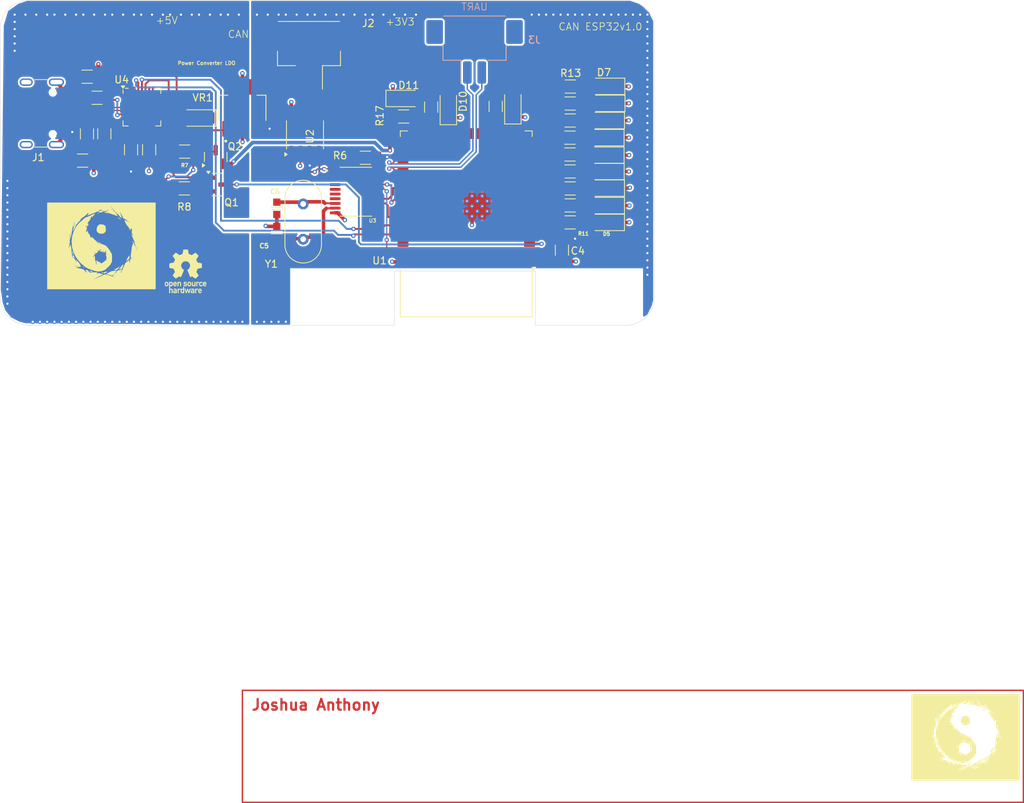
<source format=kicad_pcb>
(kicad_pcb (version 20240108) (generator "pcbnew") (generator_version "8.0")
  (layers (0 "F.Cu" signal) (1 "In1.Cu" signal) (2 "In2.Cu" signal) (31 "B.Cu" signal) (34 "B.Paste" user) (35 "F.Paste" user) (36 "B.SilkS" user "B.Silkscreen") (37 "F.SilkS" user "F.Silkscreen") (38 "B.Mask" user) (39 "F.Mask" user) (44 "Edge.Cuts" user))
  (net 0 "")
  (net 1 "GND")
  (net 2 "Net-(R4--)")
  (net 4 "Net-(C1--)")
  (net 5 "+5V")
  (net 6 "Net-(C3-+)")
  (net 7 "/3V3_MC")
  (net 9 "Net-(D2-K-)")
  (net 11 "Net-(R9--)")
  (net 15 "Net-(R10--)")
  (net 16 "Net-(R11--)")
  (net 17 "Net-(R12--)")
  (net 18 "Net-(R13--)")
  (net 20 "Net-(R14--)")
  (net 22 "Net-(R15--)")
  (net 23 "Net-(R16--)")
  (net 26 "Net-(R17--)")
  (net 27 "Net-(R18--)")
  (net 29 "Net-(R19--)")
  (net 30 "/D-")
  (net 31 "/D+")
  (net 32 "Net-(J1-CC1)")
  (net 33 "Net-(J1-CC2)")
  (net 37 "/CAN_+")
  (net 39 "/CAN_-")
  (net 40 "/EN")
  (net 41 "/RTS_BAR")
  (net 43 "Net-(Q1-B)")
  (net 44 "/IO0")
  (net 46 "/DTR_BAR")
  (net 50 "Net-(Q2-B)")
  (net 53 "Net-(R3--)")
  (net 54 "/IO27")
  (net 55 "Net-(R5-+)")
  (net 56 "Net-(R6--)")
  (net 57 "/IO32")
  (net 58 "/IO33")
  (net 59 "/IO34")
  (net 60 "/IO35")
  (net 61 "/IO12")
  (net 62 "/IO13")
  (net 63 "/IO14")
  (net 64 "/IO15")
  (net 65 "/IO25")
  (net 66 "/IO26")
  (net 67 "/TX")
  (net 68 "/INT")
  (net 69 "/UART_P")
  (net 70 "/CLK")
  (net 71 "/UART_N")
  (net 72 "/MOSI")
  (net 73 "/MISO")
  (net 74 "/CS")
  (net 75 "/RX")
  (net 76 "/TX_2515")
  (net 77 "/RX_2515")
  (net 79 "Net-(U3-OSC2)")
  (net 80 "Net-(U3-OSC1)")
  (footprint "Package_SO:SOIC-8_3.9x4.9mm_P1.27mm" (layer "F.Cu") (at 185.65 89.14 90)
    (property "Reference" "U2")
    (property "Value" "TJA1051T")
  )
  (footprint "RF_Module:ESP32-WROOM-32D" (layer "F.Cu") (at 207.95 98.47 180)
    (property "Reference" "U1")
    (property "Value" "ESP32-WROOM-32D")
  )
  (footprint "Resistor_SMD:R_1206_3216Metric_Pad1.30x1.75mm_HandSolder" (layer "F.Cu") (at 222.2925 91.85)
    (property "Reference" "R18" (hide yes))
    (property "Value" "220")
  )
  (footprint "LM3940IMP-3.3_NOPB:VREG_LM3940IMP-3.3_NOPB" (layer "F.Cu") (at 177 85.4 90)
    (property "Reference" "VR1")
    (property "Value" "LM3940IMP-3.3_NOPB" (hide yes))
  )
  (footprint "LED_SMD:LED_1206_3216Metric_Pad1.42x1.75mm_HandSolder" (layer "F.Cu") (at 214.4 85.175 90)
    (property "Reference" "D8" (hide yes))
    (property "Value" "LED_3mm")
  )
  (footprint "Resistor_SMD:R_1206_3216Metric_Pad1.30x1.75mm_HandSolder" (layer "F.Cu") (at 155.525 81.085)
    (property "Reference" "R1" (hide yes))
    (property "Value" "5k1")
  )
  (footprint "Connector_USB:USB_C_Receptacle_GCT_USB4105-xx-A_16P_TopMnt_Horizontal" (layer "F.Cu") (at 148.175 86.16 -90)
    (property "Reference" "J1")
    (property "Value" "USB_C_Receptacle_USB2.0_16P" (hide yes))
  )
  (footprint "Resistor_SMD:R_1206_3216Metric_Pad1.30x1.75mm_HandSolder" (layer "F.Cu") (at 154.9 92.7)
    (property "Reference" "R2" (hide yes))
    (property "Value" "5k1")
  )
  (footprint "Resistor_SMD:R_1206_3216Metric_Pad1.30x1.75mm_HandSolder" (layer "F.Cu") (at 212.025 85.2 90)
    (property "Reference" "R14" (hide yes))
    (property "Value" "220")
  )
  (footprint "Package_TO_SOT_SMD:SOT-23" (layer "F.Cu") (at 173.3 92.2 90)
    (property "Reference" "Q2")
    (property "Value" "BC817-25")
  )
  (footprint "Resistor_SMD:R_1206_3216Metric_Pad1.30x1.75mm_HandSolder" (layer "F.Cu") (at 222.3175 94.2)
    (property "Reference" "R10" (hide yes))
    (property "Value" "220")
  )
  (footprint "Resistor_SMD:R_1206_3216Metric_Pad1.30x1.75mm_HandSolder" (layer "F.Cu") (at 199.3 86.6)
    (property "Reference" "R17")
    (property "Value" "220")
  )
  (footprint "Capacitor_SMD:C_1206_3216Metric_Pad1.33x1.80mm_HandSolder" (layer "F.Cu") (at 157.9 89 90)
    (property "Reference" "C2" (hide yes))
    (property "Value" "0.1u")
  )
  (footprint "LED_SMD:LED_1206_3216Metric_Pad1.42x1.75mm_HandSolder" (layer "F.Cu") (at 170.9 86.8 180)
    (property "Reference" "D2" (hide yes))
    (property "Value" "~")
  )
  (footprint "Resistor_SMD:R_1206_3216Metric_Pad1.30x1.75mm_HandSolder" (layer "F.Cu") (at 169.0125 91.45 180)
    (property "Reference" "R7")
    (property "Value" "10k")
  )
  (footprint "LED_SMD:LED_1206_3216Metric_Pad1.42x1.75mm_HandSolder" (layer "F.Cu") (at 205.475 85.275 90)
    (property "Reference" "D10")
    (property "Value" "LED_3mm")
  )
  (footprint "LOGO:LOGO" (layer "F.Cu") (at 157.5 104.5)
    (property "Reference" "G***" (hide yes))
    (property "Value" "LOGO" (hide yes))
  )
  (footprint "LED_SMD:LED_1206_3216Metric_Pad1.42x1.75mm_HandSolder" (layer "F.Cu") (at 227.3675 87.15 180)
    (property "Reference" "D1" (hide yes))
    (property "Value" "LED_3mm")
  )
  (footprint "LOGO:LOGO" (layer "F.Cu") (at 277 172.5)
    (property "Reference" "G***" (hide yes))
    (property "Value" "LOGO" (hide yes))
  )
  (footprint "Resistor_SMD:R_1206_3216Metric_Pad1.30x1.75mm_HandSolder" (layer "F.Cu") (at 222.3175 98.9)
    (property "Reference" "R12" (hide yes))
    (property "Value" "220")
  )
  (footprint "LED_SMD:LED_1206_3216Metric_Pad1.42x1.75mm_HandSolder" (layer "F.Cu") (at 227.33 94.2 180)
    (property "Reference" "D4" (hide yes))
    (property "Value" "LED_3mm")
  )
  (footprint "LED_SMD:LED_1206_3216Metric_Pad1.42x1.75mm_HandSolder" (layer "F.Cu") (at 227.3175 89.525 180)
    (property "Reference" "D13" (hide yes))
    (property "Value" "LED_3mm")
  )
  (footprint "Capacitor_SMD:C_1206_3216Metric_Pad1.33x1.80mm_HandSolder" (layer "F.Cu") (at 221.18 105.09 90)
    (property "Reference" "C4")
    (property "Value" "0.1u")
  )
  (footprint "Resistor_SMD:R_1206_3216Metric_Pad1.30x1.75mm_HandSolder" (layer "F.Cu") (at 222.3425 82.45)
    (property "Reference" "R13")
    (property "Value" "220")
  )
  (footprint "Resistor_SMD:R_1206_3216Metric_Pad1.30x1.75mm_HandSolder" (layer "F.Cu") (at 222.2925 89.525)
    (property "Reference" "R19" (hide yes))
    (property "Value" "220")
  )
  (footprint "LED_SMD:LED_1206_3216Metric_Pad1.42x1.75mm_HandSolder" (layer "F.Cu") (at 227.4425 84.775 180)
    (property "Reference" "D9" (hide yes))
    (property "Value" "LED_3mm")
  )
  (footprint "Resistor_SMD:R_1206_3216Metric_Pad1.30x1.75mm_HandSolder" (layer "F.Cu") (at 222.3175 101.25)
    (property "Reference" "R11")
    (property "Value" "220")
  )
  (footprint "PCM_4ms_Capacitor:C_0603" (layer "F.Cu") (at 181.75 102.65 90)
    (property "Reference" "C5")
    (property "Value" "220pF_0603_25V" (hide yes))
  )
  (footprint "Resistor_SMD:R_1206_3216Metric_Pad1.30x1.75mm_HandSolder" (layer "F.Cu") (at 161.6 91.2 90)
    (property "Reference" "R3" (hide yes))
    (property "Value" "4k7")
  )
  (footprint "LED_SMD:LED_1206_3216Metric_Pad1.42x1.75mm_HandSolder" (layer "F.Cu") (at 227.4175 82.425 180)
    (property "Reference" "D7")
    (property "Value" "LED_3mm")
  )
  (footprint "LED_SMD:LED_1206_3216Metric_Pad1.42x1.75mm_HandSolder" (layer "F.Cu") (at 227.3675 101.25 180)
    (property "Reference" "D5")
    (property "Value" "LED_3mm")
  )
  (footprint "LED_SMD:LED_1206_3216Metric_Pad1.42x1.75mm_HandSolder" (layer "F.Cu") (at 227.3175 91.95 180)
    (property "Reference" "D12" (hide yes))
    (property "Value" "LED_3mm")
  )
  (footprint "Resistor_SMD:R_1206_3216Metric_Pad1.30x1.75mm_HandSolder" (layer "F.Cu") (at 164.1 91.2 -90)
    (property "Reference" "R5" (hide yes))
    (property "Value" "10k")
  )
  (footprint "LED_SMD:LED_1206_3216Metric_Pad1.42x1.75mm_HandSolder" (layer "F.Cu") (at 227.3675 96.5 180)
    (property "Reference" "D3" (hide yes))
    (property "Value" "LED_3mm")
  )
  (footprint "Resistor_SMD:R_1206_3216Metric_Pad1.30x1.75mm_HandSolder" (layer "F.Cu") (at 222.3175 84.8)
    (property "Reference" "R15" (hide yes))
    (property "Value" "220")
  )
  (footprint "Resistor_SMD:R_1206_3216Metric_Pad1.30x1.75mm_HandSolder" (layer "F.Cu") (at 222.3175 96.55)
    (property "Reference" "R9" (hide yes))
    (property "Value" "220")
  )
  (footprint "Package_DFN_QFN:QFN-28-1EP_5x5mm_P0.5mm_EP3.35x3.35mm" (layer "F.Cu") (at 163.1 85.3)
    (property "Reference" "U4")
    (property "Value" "CP2102N-Axx-xQFN28" (hide yes))
  )
  (footprint "Package_TO_SOT_SMD:SOT-23" (layer "F.Cu") (at 173.4625 96.0125)
    (property "Reference" "Q1")
    (property "Value" "BC817-25")
  )
  (footprint "LED_SMD:LED_1206_3216Metric_Pad1.42x1.75mm_HandSolder" (layer "F.Cu") (at 227.3675 98.925 180)
    (property "Reference" "D6" (hide yes))
    (property "Value" "LED_3mm")
  )
  (footprint "Capacitor_SMD:C_1206_3216Metric_Pad1.33x1.80mm_HandSolder" (layer "F.Cu") (at 155.5 89 90)
    (property "Reference" "C1" (hide yes))
    (property "Value" "0.1u")
  )
  (footprint "Capacitor_SMD:C_1206_3216Metric_Pad1.33x1.80mm_HandSolder" (layer "F.Cu") (at 156.9 84 180)
    (property "Reference" "C3" (hide yes))
    (property "Value" "0.1u")
  )
  (footprint "Connector_Hirose:Hirose_DF3EA-02P-2H_1x02-1MP_P2.00mm_Horizontal" (layer "F.Cu") (at 186.2 78.4 180)
    (property "Reference" "J2")
    (property "Value" "4P2C")
  )
  (footprint "LED_SMD:LED_1206_3216Metric_Pad1.42x1.75mm_HandSolder" (layer "F.Cu") (at 199.3 84.1)
    (property "Reference" "D11")
    (property "Value" "LED_3mm")
  )
  (footprint "Resistor_SMD:R_1206_3216Metric_Pad1.30x1.75mm_HandSolder" (layer "F.Cu") (at 168.9625 96.55 180)
    (property "Reference" "R8")
    (property "Value" "10k")
  )
  (footprint "Symbol:OSHW-Logo_5.7x6mm_SilkScreen" (layer "F.Cu") (at 169.14 108.02)
    (property "Reference" "REF**" (hide yes))
    (property "Value" "OSHW-Logo_5.7x6mm_SilkScreen" (hide yes))
  )
  (footprint "Package_SO:TSSOP-20_4.4x6.5mm_P0.65mm" (layer "F.Cu") (at 192.6875 97)
    (property "Reference" "U3")
    (property "Value" "MCP2515-xST" (hide yes))
  )
  (footprint "PCM_4ms_Capacitor:C_0603" (layer "F.Cu") (at 181.75 99.3 -90)
    (property "Reference" "C6")
    (property "Value" "220pF_0603_25V" (hide yes))
  )
  (footprint "Resistor_SMD:R_1206_3216Metric_Pad1.30x1.75mm_HandSolder" (layer "F.Cu") (at 222.3175 87.15)
    (property "Reference" "R4" (hide yes))
    (property "Value" "220")
  )
  (footprint "Resistor_SMD:R_1206_3216Metric_Pad1.30x1.75mm_HandSolder" (layer "F.Cu") (at 203.1 85.3 90)
    (property "Reference" "R16" (hide yes))
    (property "Value" "220")
  )
  (footprint "Crystal:Crystal_HC49-4H_Vertical" (layer "F.Cu") (at 185.4 98.7 -90)
    (property "Reference" "Y1")
    (property "Value" "Crystal_8MHz" (hide yes))
  )
  (footprint "Resistor_SMD:R_1206_3216Metric_Pad1.30x1.75mm_HandSolder" (layer "F.Cu") (at 194 92.3 180)
    (property "Reference" "R6")
    (property "Value" "R")
  )
  (footprint "Connector_Hirose:Hirose_DF3EA-02P-2H_1x02-1MP_P2.00mm_Horizontal" (layer "B.Cu") (at 209.1 77.65)
    (property "Reference" "J3")
    (property "Value" "4P2C")
  )
  (gr_arc (start 234 111.5) (mid 232.828427 114.328427) (end 230 115.5) (stroke (width 0.05)) (layer "Edge.Cuts"))
  (gr_line (start 198 115.5) (end 147.5 115.5) (stroke (width 0.05)) (layer "Edge.Cuts"))
  (gr_line (start 234 74.5) (end 234 111.5) (stroke (width 0.05)) (layer "Edge.Cuts"))
  (gr_line (start 230 115.5) (end 217.5 115.5) (stroke (width 0.05)) (layer "Edge.Cuts"))
  (gr_line (start 217.5 115.5) (end 217.5 108) (stroke (width 0.05)) (layer "Edge.Cuts"))
  (gr_arc (start 147.5 115.5) (mid 144.671573 114.328427) (end 143.5 111.5) (stroke (width 0.05)) (layer "Edge.Cuts"))
  (gr_line (start 147.496354 70.503647) (end 230 70.5) (stroke (width 0.05)) (layer "Edge.Cuts"))
  (gr_arc (start 230 70.5) (mid 232.828427 71.671573) (end 234 74.5) (stroke (width 0.05)) (layer "Edge.Cuts"))
  (gr_line (start 143.5 111.5) (end 143.5 74.5) (stroke (width 0.05)) (layer "Edge.Cuts"))
  (gr_line (start 217.5 108) (end 198 108) (stroke (width 0.05)) (layer "Edge.Cuts"))
  (gr_line (start 198 108) (end 198 115.5) (stroke (width 0.05)) (layer "Edge.Cuts"))
  (gr_arc (start 143.503642 74.500004) (mid 144.674261 71.676842) (end 147.496354 70.503647) (stroke (width 0.05)) (layer "Edge.Cuts"))
  (gr_text "UART\n" (at 211 72 0) (layer "B.SilkS") (effects (font (size 1 1) (thickness 0.1)) (justify left bottom mirror)))
  (gr_text "+3V3\n" (at 196.74 74.08 0) (layer "F.SilkS") (effects (font (size 1 1) (thickness 0.1)) (justify left bottom)))
  (gr_text "+5V\n" (at 164.95 73.89 0) (layer "F.SilkS") (effects (font (size 1 1) (thickness 0.1)) (justify left bottom)))
  (gr_text "CAN ESP32v1.0\n" (at 220.65 74.75 0) (layer "F.SilkS") (effects (font (size 1 1) (thickness 0.1)) (justify left bottom)))
  (gr_text "CAN\n" (at 174.93 75.79 0) (layer "F.SilkS") (effects (font (size 1 1) (thickness 0.1)) (justify left bottom)))
  (gr_text "Power Converter LDO\n" (at 168 79.5 0) (layer "F.SilkS") (effects (font (size 0.5 0.5) (thickness 0.1)) (justify left bottom)))
  (gr_text_box "Joshua Anthony\n" (start 177 166) (end 285 181.5) (layer "F.Cu") (effects (font (size 1.5 1.5) (thickness 0.3) (bold yes)) (justify left top)) (border yes) (stroke (width 0.2)))
  (segment (start 223.11 106.66) (end 223.1025 106.6525) (width 0.5) (layer "F.Cu") (net 1))
  (segment (start 230.42 82.45) (end 230.395 82.425) (width 0.5) (layer "F.Cu") (net 1))
  (segment (start 157.075 81.085) (end 157.075 79.33) (width 0.6) (layer "F.Cu") (net 1))
  (segment (start 157.06 81.1) (end 157.075 81.085) (width 0.5) (layer "F.Cu") (net 1))
  (segment (start 177 88.3) (end 177 90.11) (width 0.5) (layer "F.Cu") (net 1))
  (segment (start 164.2 92.85) (end 164.1 92.75) (width 0.152) (layer "F.Cu") (net 1))
  (segment (start 185.015 93.375) (end 184.97 93.42) (width 0.256) (layer "F.Cu") (net 1))
  (segment (start 216.7 106.72) (end 221.1125 106.72) (width 0.5) (layer "F.Cu") (net 1))
  (segment (start 230.58 96.45) (end 230.53 96.5) (width 0.5) (layer "F.Cu") (net 1))
  (segment (start 228.855 98.925) (end 230.505 98.925) (width 0.5) (layer "F.Cu") (net 1))
  (segment (start 230.435 84.775) (end 228.93 84.775) (width 0.5) (layer "F.Cu") (net 1))
  (segment (start 160.65 84.8) (end 162.6 84.8) (width 0.152) (layer "F.Cu") (net 1))
  (segment (start 208.75 101.61) (end 208.74 101.62) (width 0.5) (layer "F.Cu") (net 1))
  (segment (start 230.53 96.5) (end 228.855 96.5) (width 0.5) (layer "F.Cu") (net 1))
  (segment (start 228.805 91.95) (end 230.46 91.95) (width 0.5) (layer "F.Cu") (net 1))
  (segment (start 151.855 89.36) (end 151.855 89.905) (width 0.5) (layer "F.Cu") (net 1))
  (segment (start 156.45 92.7) (end 156.45 94.41) (width 0.5) (layer "F.Cu") (net 1))
  (segment (start 197.8125 82.4125) (end 197.8 82.4) (width 0.5) (layer "F.Cu") (net 1))
  (segment (start 214.4 88.22) (end 214.4 86.6625) (width 0.5) (layer "F.Cu") (net 1))
  (segment (start 230.44 84.77) (end 230.435 84.775) (width 0.5) (layer "F.Cu") (net 1))
  (segment (start 230.4 87.15) (end 228.855 87.15) (width 0.5) (layer "F.Cu") (net 1))
  (segment (start 165.74 87.95) (end 165.74 92.62) (width 0.152) (layer "F.Cu") (net 1))
  (segment (start 213.66 88.96) (end 214.4 88.22) (width 0.5) (layer "F.Cu") (net 1))
  (segment (start 155.3375 84) (end 155.3375 83.2025) (width 0.5) (layer "F.Cu") (net 1))
  (segment (start 230.395 82.425) (end 228.905 82.425) (width 0.5) (layer "F.Cu") (net 1))
  (segment (start 180.22 101.73) (end 180.29 101.8) (width 0.5) (layer "F.Cu") (net 1))
  (segment (start 228.855 101.25) (end 230.49 101.25) (width 0.5) (layer "F.Cu") (net 1))
  (segment (start 165.74 92.62) (end 165.51 92.85) (width 0.152) (layer "F.Cu") (net 1))
  (segment (start 165.51 92.85) (end 164.2 92.85) (width 0.152) (layer "F.Cu") (net 1))
  (segment (start 208.75 100.4) (end 208.75 101.61) (width 0.5) (layer "F.Cu") (net 1))
  (segment (start 190.165 99.925) (end 191.17 100.93) (width 0.5) (layer "F.Cu") (net 1))
  (segment (start 156.06 82.48) (end 157.06 82.48) (width 0.5) (layer "F.Cu") (net 1))
  (segment (start 230.45 94.21) (end 230.44 94.2) (width 0.5) (layer "F.Cu") (net 1))
  (segment (start 151.855 89.905) (end 151.28 90.48) (width 0.5) (layer "F.Cu") (net 1))
  (segment (start 162.6 84.8) (end 163.1 85.3) (width 0.152) (layer "F.Cu") (net 1))
  (segment (start 165.21 87.42) (end 165.74 87.95) (width 0.152) (layer "F.Cu") (net 1))
  (segment (start 177 90.11) (end 177.02 90.13) (width 0.5) (layer "F.Cu") (net 1))
  (segment (start 165.21 87.41) (end 165.21 87.42) (width 0.152) (layer "F.Cu") (net 1))
  (segment (start 230.46 91.95) (end 230.47 91.94) (width 0.5) (layer "F.Cu") (net 1))
  (segment (start 230.44 94.2) (end 228.8175 94.2) (width 0.5) (layer "F.Cu") (net 1))
  (segment (start 183.77 84.59) (end 183.745 84.615) (width 0.5) (layer "F.Cu") (net 1))
  (segment (start 185.015 91.615) (end 185.015 93.375) (width 0.256) (layer "F.Cu") (net 1))
  (segment (start 164.1 94.13) (end 164.08 94.15) (width 0.152) (layer "F.Cu") (net 1))
  (segment (start 221.1125 106.72) (end 221.18 106.6525) (width 0.5) (layer "F.Cu") (net 1))
  (segment (start 155.3375 83.2025) (end 156.06 82.48) (width 0.5) (layer "F.Cu") (net 1))
  (segment (start 151.855 82.96) (end 151.855 82.415) (width 0.5) (layer "F.Cu") (net 1))
  (segment (start 230.505 98.925) (end 230.51 98.92) (width 0.5) (layer "F.Cu") (net 1))
  (segment (start 230.445 89.525) (end 228.805 89.525) (width 0.5) (layer "F.Cu") (net 1))
  (segment (start 197.8125 84.1) (end 197.8125 82.4125) (width 0.5) (layer "F.Cu") (net 1))
  (segment (start 189.825 99.925) (end 190.165 99.925) (width 0.5) (layer "F.Cu") (net 1))
  (segment (start 230.42 87.13) (end 230.4 87.15) (width 0.5) (layer "F.Cu") (net 1))
  (segment (start 181.75 101.8) (end 181.75 100.15) (width 0.5) (layer "F.Cu") (net 1))
  (segment (start 164.1 92.75) (end 164.1 94.13) (width 0.152) (layer "F.Cu") (net 1))
  (segment (start 157.06 82.48) (end 157.06 81.1) (width 0.5) (layer "F.Cu") (net 1))
  (segment (start 223.1025 106.6525) (end 221.18 106.6525) (width 0.5) (layer "F.Cu") (net 1))
  (segment (start 214.4 86.6625) (end 216.0625 86.6625) (width 0.5) (layer "F.Cu") (net 1))
  (segment (start 197.74 106.72) (end 197.7 106.68) (width 0.5) (layer "F.Cu") (net 1))
  (segment (start 151.855 82.415) (end 151.28 81.84) (width 0.5) (layer "F.Cu") (net 1))
  (segment (start 163.1 85.3) (end 165.21 87.41) (width 0.152) (layer "F.Cu") (net 1))
  (segment (start 216.0625 86.6625) (end 216.1 86.7) (width 0.5) (layer "F.Cu") (net 1))
  (segment (start 199.2 106.72) (end 197.74 106.72) (width 0.5) (layer "F.Cu") (net 1))
  (segment (start 207.1375 86.7625) (end 205.475 86.7625) (width 0.5) (layer "F.Cu") (net 1))
  (segment (start 156.45 94.41) (end 156.43 94.43) (width 0.5) (layer "F.Cu") (net 1))
  (segment (start 177 80.61) (end 177 82.5) (width 0.5) (layer "F.Cu") (net 1))
  (segment (start 180.29 101.8) (end 181.75 101.8) (width 0.5) (layer "F.Cu") (net 1))
  (segment (start 230.49 101.25) (end 230.5 101.24) (width 0.5) (layer "F.Cu") (net 1))
  (segment (start 183.745 84.615) (end 183.745 86.665) (width 0.5) (layer "F.Cu") (net 1))
  (via (at 144.5 106.5) (size 0.6) (drill 0.3) (layers "F.Cu" "B.Cu") (net 1))
  (via (at 148 115) (size 0.6) (drill 0.3) (layers "F.Cu" "B.Cu") (net 1))
  (via (at 177 80.61) (size 0.6) (drill 0.3) (layers "F.Cu" "B.Cu") (net 1))
  (via (at 167 72.5) (size 0.6) (drill 0.3) (layers "F.Cu" "B.Cu") (net 1))
  (via (at 233 78.5) (size 0.6) (drill 0.3) (layers "F.Cu" "B.Cu") (net 1))
  (via (at 176.5 72.5) (size 0.6) (drill 0.3) (layers "F.Cu" "B.Cu") (net 1))
  (via (at 184.97 93.42) (size 0.6) (drill 0.3) (layers "F.Cu" "B.Cu") (net 1))
  (via (at 144.5 95.5) (size 0.6) (drill 0.3) (layers "F.Cu" "B.Cu") (net 1))
  (via (at 155 72.5) (size 0.6) (drill 0.3) (layers "F.Cu" "B.Cu") (net 1))
  (via (at 145.5 73.5) (size 0.6) (drill 0.3) (layers "F.Cu" "B.Cu") (net 1))
  (via (at 233 90.5) (size 0.6) (drill 0.3) (layers "F.Cu" "B.Cu") (net 1))
  (via (at 144.5 112.5) (size 0.6) (drill 0.3) (layers "F.Cu" "B.Cu") (net 1))
  (via (at 180.5 72.5) (size 0.6) (drill 0.3) (layers "F.Cu" "B.Cu") (net 1))
  (via (at 227 72.5) (size 0.6) (drill 0.3) (layers "F.Cu" "B.Cu") (net 1))
  (via (at 187 72.5) (size 0.6) (drill 0.3) (layers "F.Cu" "B.Cu") (net 1))
  (via (at 180.22 101.73) (size 0.6) (drill 0.3) (layers "F.Cu" "B.Cu") (net 1))
  (via (at 233 82.5) (size 0.6) (drill 0.3) (layers "F.Cu" "B.Cu") (net 1))
  (via (at 233 94.5) (size 0.6) (drill 0.3) (layers "F.Cu" "B.Cu") (net 1))
  (via (at 233 100.5) (size 0.6) (drill 0.3) (layers "F.Cu" "B.Cu") (net 1))
  (via (at 152 115) (size 0.6) (drill 0.3) (layers "F.Cu" "B.Cu") (net 1))
  (via (at 151 72.5) (size 0.6) (drill 0.3) (layers "F.Cu" "B.Cu") (net 1))
  (via (at 233 106.5) (size 0.6) (drill 0.3) (layers "F.Cu" "B.Cu") (net 1))
  (via (at 174 115) (size 0.6) (drill 0.3) (layers "F.Cu" "B.Cu") (net 1))
  (via (at 144.5 96.5) (size 0.6) (drill 0.3) (layers "F.Cu" "B.Cu") (net 1))
  (via (at 230 72.5) (size 0.6) (drill 0.3) (layers "F.Cu" "B.Cu") (net 1))
  (via (at 197.8 82.4) (size 0.6) (drill 0.3) (layers "F.Cu" "B.Cu") (net 1))
  (via (at 162 72.5) (size 0.6) (drill 0.3) (layers "F.Cu" "B.Cu") (net 1))
  (via (at 225 72.5) (size 0.6) (drill 0.3) (layers "F.Cu" "B.Cu") (net 1))
  (via (at 233 103.5) (size 0.6) (drill 0.3) (layers "F.Cu" "B.Cu") (net 1))
  (via (at 233 97.5) (size 0.6) (drill 0.3) (layers "F.Cu" "B.Cu") (net 1))
  (via (at 218 72.5) (size 0.6) (drill 0.3) (layers "F.Cu" "B.Cu") (net 1))
  (via (at 179 72.5) (size 0.6) (drill 0.3) (layers "F.Cu" "B.Cu") (net 1))
  (via (at 198 72.5) (size 0.6) (drill 0.3) (layers "F.Cu" "B.Cu") (net 1))
  (via (at 230.47 91.94) (size 0.6) (drill 0.3) (layers "F.Cu" "B.Cu") (net 1))
  (via (at 167 115) (size 0.6) (drill 0.3) (layers "F.Cu" "B.Cu") (net 1))
  (via (at 233 102.5) (size 0.6) (drill 0.3) (layers "F.Cu" "B.Cu") (net 1))
  (via (at 154 72.5) (size 0.6) (drill 0.3) (layers "F.Cu" "B.Cu") (net 1))
  (via (at 233 81.5) (size 0.6) (drill 0.3) (layers "F.Cu" "B.Cu") (net 1))
  (via (at 233 92.5) (size 0.6) (drill 0.3) (layers "F.Cu" "B.Cu") (net 1))
  (via (at 233 79.5) (size 0.6) (drill 0.3) (layers "F.Cu" "B.Cu") (net 1))
  (via (at 165 115) (size 0.6) (drill 0.3) (layers "F.Cu" "B.Cu") (net 1))
  (via (at 216.1 86.7) (size 0.6) (drill 0.3) (layers "F.Cu" "B.Cu") (net 1))
  (via (at 172.5 72.5) (size 0.6) (drill 0.3) (layers "F.Cu" "B.Cu") (net 1))
  (via (at 201 72.5) (size 0.6) (drill 0.3) (layers "F.Cu" "B.Cu") (net 1))
  (via (at 182 115) (size 0.6) (drill 0.3) (layers "F.Cu" "B.Cu") (net 1))
  (via (at 180 115) (size 0.6) (drill 0.3) (layers "F.Cu" "B.Cu") (net 1))
  (via (at 233 83.5) (size 0.6) (drill 0.3) (layers "F.Cu" "B.Cu") (net 1))
  (via (at 231 72.5) (size 0.6) (drill 0.3) (layers "F.Cu" "B.Cu") (net 1))
  (via (at 162 115) (size 0.6) (drill 0.3) (layers "F.Cu" "B.Cu") (net 1))
  (via (at 144.5 98.5) (size 0.6) (drill 0.3) (layers "F.Cu" "B.Cu") (net 1))
  (via (at 233 80.5) (size 0.6) (drill 0.3) (layers "F.Cu" "B.Cu") (net 1))
  (via (at 190 72.5) (size 0.6) (drill 0.3) (layers "F.Cu" "B.Cu") (net 1))
  (via (at 230.45 94.21) (size 0.6) (drill 0.3) (layers "F.Cu" "B.Cu") (net 1))
  (via (at 233 91.5) (size 0.6) (drill 0.3) (layers "F.Cu" "B.Cu") (net 1))
  (via (at 196.5 72.5) (size 0.6) (drill 0.3) (layers "F.Cu" "B.Cu") (net 1))
  (via (at 150 72.5) (size 0.6) (drill 0.3) (layers "F.Cu" "B.Cu") (net 1))
  (via (at 154 115) (size 0.6) (drill 0.3) (layers "F.Cu" "B.Cu") (net 1))
  (via (at 156 115) (size 0.6) (drill 0.3) (layers "F.Cu" "B.Cu") (net 1))
  (via (at 156.5 72.5) (size 0.6) (drill 0.3) (layers "F.Cu" "B.Cu") (net 1))
  (via (at 145.5 74.5) (size 0.6) (drill 0.3) (layers "F.Cu" "B.Cu") (net 1))
  (via (at 220 72.5) (size 0.6) (drill 0.3) (layers "F.Cu" "B.Cu") (net 1))
  (via (at 170 115) (size 0.6) (drill 0.3) (layers "F.Cu" "B.Cu") (net 1))
  (via (at 160 115) (size 0.6) (drill 0.3) (layers "F.Cu" "B.Cu") (net 1))
  (via (at 144.5 101.5) (size 0.6) (drill 0.3) (layers "F.Cu" "B.Cu") (net 1))
  (via (at 151 115) (size 0.6) (drill 0.3) (layers "F.Cu" "B.Cu") (net 1))
  (via (at 149 115) (size 0.6) (drill 0.3) (layers "F.Cu" "B.Cu") (net 1))
  (via (at 194 72.5) (size 0.6) (drill 0.3) (layers "F.Cu" "B.Cu") (net 1))
  (via (at 233 89.5) (size 0.6) (drill 0.3) (layers "F.Cu" "B.Cu") (net 1))
  (via (at 219 72.5) (size 0.6) (drill 0.3) (layers "F.Cu" "B.Cu") (net 1))
  (via (at 174 72.5) (size 0.6) (drill 0.3) (layers "F.Cu" "B.Cu") (net 1))
  (via (at 144.5 104.5) (size 0.6) (drill 0.3) (layers "F.Cu" "B.Cu") (net 1))
  (via (at 156.43 94.43) (size 0.6) (drill 0.3) (layers "F.Cu" "B.Cu") (net 1))
  (via (at 144.5 97.5) (size 0.6) (drill 0.3) (layers "F.Cu" "B.Cu") (net 1))
  (via (at 191 72.5) (size 0.6) (drill 0.3) (layers "F.Cu" "B.Cu") (net 1))
  (via (at 158 72.5) (size 0.6) (drill 0.3) (layers "F.Cu" "B.Cu") (net 1))
  (via (at 157 115) (size 0.6) (drill 0.3) (layers "F.Cu" "B.Cu") (net 1))
  (via (at 230.42 87.13) (size 0.6) (drill 0.3) (layers "F.Cu" "B.Cu") (net 1))
  (via (at 233 84.5) (size 0.6) (drill 0.3) (layers "F.Cu" "B.Cu") (net 1))
  (via (at 223 72.5) (size 0.6) (drill 0.3) (layers "F.Cu" "B.Cu") (net 1))
  (via (at 207.1375 86.7625) (size 0.6) (drill 0.3) (layers "F.Cu" "B.Cu") (net 1))
  (via (at 159 72.5) (size 0.6) (drill 0.3) (layers "F.Cu" "B.Cu") (net 1))
  (via (at 230.51 98.92) (size 0.6) (drill 0.3) (layers "F.Cu" "B.Cu") (net 1))
  (via (at 145.5 77.5) (size 0.6) (drill 0.3) (layers "F.Cu" "B.Cu") (net 1))
  (via (at 233 95.5) (size 0.6) (drill 0.3) (layers "F.Cu" "B.Cu") (net 1))
  (via (at 177 115) (size 0.6) (drill 0.3) (layers "F.Cu" "B.Cu") (net 1))
  (via (at 191.17 100.93) (size 0.6) (drill 0.3) (layers "F.Cu" "B.Cu") (net 1))
  (via (at 233 93.5) (size 0.6) (drill 0.3) (layers "F.Cu" "B.Cu") (net 1))
  (via (at 230.42 82.45) (size 0.6) (drill 0.3) (layers "F.Cu" "B.Cu") (net 1))
  (via (at 144.5 103.5) (size 0.6) (drill 0.3) (layers "F.Cu" "B.Cu") (net 1))
  (via (at 232 72.5) (size 0.6) (drill 0.3) (layers "F.Cu" "B.Cu") (net 1))
  (via (at 175 72.5) (size 0.6) (drill 0.3) (layers "F.Cu" "B.Cu") (net 1))
  (via (at 145.5 72.5) (size 0.6) (drill 0.3) (layers "F.Cu" "B.Cu") (net 1))
  (via (at 163 115) (size 0.6) (drill 0.3) (layers "F.Cu" "B.Cu") (net 1))
  (via (at 179 115) (size 0.6) (drill 0.3) (layers "F.Cu" "B.Cu") (net 1))
  (via (at 233 98.5) (size 0.6) (drill 0.3) (layers "F.Cu" "B.Cu") (net 1))
  (via (at 233 87.5) (size 0.6) (drill 0.3) (layers "F.Cu" "B.Cu") (net 1))
  (via (at 233 108.5) (size 0.6) (drill 0.3) (layers "F.Cu" "B.Cu") (net 1))
  (via (at 144.5 99.5) (size 0.6) (drill 0.3) (layers "F.Cu" "B.Cu") (net 1))
  (via (at 171 72.5) (size 0.6) (drill 0.3) (layers "F.Cu" "B.Cu") (net 1))
  (via (at 233 107.5) (size 0.6) (drill 0.3) (layers "F.Cu" "B.Cu") (net 1))
  (via (at 160.5 72.5) (size 0.6) (drill 0.3) (layers "F.Cu" "B.Cu") (net 1))
  (via (at 144.5 107.5) (size 0.6) (drill 0.3) (layers "F.Cu" "B.Cu") (net 1))
  (via (at 144.5 111.5) (size 0.6) (drill 0.3) (layers "F.Cu" "B.Cu") (net 1))
  (via (at 233 77.5) (size 0.6) (drill 0.3) (layers "F.Cu" "B.Cu") (net 1))
  (via (at 168.5 72.5) (size 0.6) (drill 0.3) (layers "F.Cu" "B.Cu") (net 1))
  (via (at 176 115) (size 0.6) (drill 0.3) (layers "F.Cu" "B.Cu") (net 1))
  (via (at 161 115) (size 0.6) (drill 0.3) (layers "F.Cu" "B.Cu") (net 1))
  (via (at 233 104.5) (size 0.6) (drill 0.3) (layers "F.Cu" "B.Cu") (net 1))
  (via (at 228 72.5) (size 0.6) (drill 0.3) (layers "F.Cu" "B.Cu") (net 1))
  (via (at 197.7 106.68) (size 0.6) (drill 0.3) (layers "F.Cu" "B.Cu") (net 1))
  (via (at 173 115) (size 0.6) (drill 0.3) (layers "F.Cu" "B.Cu") (net 1))
  (via (at 144.5 109.5) (size 0.6) (drill 0.3) (layers "F.Cu" "B.Cu") (net 1))
  (via (at 145.5 75.5) (size 0.6) (drill 0.3) (layers "F.Cu" "B.Cu") (net 1))
  (via (at 233 105.5) (size 0.6) (drill 0.3) (layers "F.Cu" "B.Cu") (net 1))
  (via (at 192.5 72.5) (size 0.6) (drill 0.3) (layers "F.Cu" "B.Cu") (net 1))
  (via (at 175 115) (size 0.6) (drill 0.3) (layers "F.Cu" "B.Cu") (net 1))
  (via (at 182 72.5) (size 0.6) (drill 0.3) (layers "F.Cu" "B.Cu") (net 1))
  (via (at 233 101.5) (size 0.6) (drill 0.3) (layers "F.Cu" "B.Cu") (net 1))
  (via (at 195 72.5) (size 0.6) (drill 0.3) (layers "F.Cu" "B.Cu") (net 1))
  (via (at 163 72.5) (size 0.6) (drill 0.3) (layers "F.Cu" "B.Cu") (net 1))
  (via (at 230.5 101.24) (size 0.6) (drill 0.3) (layers "F.Cu" "B.Cu") (net 1))
  (via (at 169 115) (size 0.6) (drill 0.3) (layers "F.Cu" "B.Cu") (net 1))
  (via (at 233 72.5) (size 0.6) (drill 0.3) (layers "F.Cu" "B.Cu") (net 1))
  (via (at 157.075 79.33) (size 0.4) (drill 0.256) (layers "F.Cu" "B.Cu") (net 1))
  (via (at 183.77 84.59) (size 0.6) (drill 0.3) (layers "F.Cu" "B.Cu") (net 1))
  (via (at 183 72.5) (size 0.6) (drill 0.3) (layers "F.Cu" "B.Cu") (net 1))
  (via (at 188.5 72.5) (size 0.6) (drill 0.3) (layers "F.Cu" "B.Cu") (net 1))
  (via (at 159 115) (size 0.6) (drill 0.3) (layers "F.Cu" "B.Cu") (net 1))
  (via (at 199.5 72.5) (size 0.6) (drill 0.3) (layers "F.Cu" "B.Cu") (net 1))
  (via (at 164.08 94.15) (size 0.6) (drill 0.3) (layers "F.Cu" "B.Cu") (net 1))
  (via (at 230.445 89.525) (size 0.6) (drill 0.3) (layers "F.Cu" "B.Cu") (net 1))
  (via (at 147 72.5) (size 0.6) (drill 0.3) (layers "F.Cu" "B.Cu") (net 1))
  (via (at 153 115) (size 0.6) (drill 0.3) (layers "F.Cu" "B.Cu") (net 1))
  (via (at 171 115) (size 0.6) (drill 0.3) (layers "F.Cu" "B.Cu") (net 1))
  (via (at 233 85.5) (size 0.6) (drill 0.3) (layers "F.Cu" "B.Cu") (net 1))
  (via (at 233 73.5) (size 0.6) (drill 0.3) (layers "F.Cu" "B.Cu") (net 1))
  (via (at 233 74.5) (size 0.6) (drill 0.3) (layers "F.Cu" "B.Cu") (net 1))
  (via (at 208.74 101.62) (size 0.6) (drill 0.3) (layers "F.Cu" "B.Cu") (net 1))
  (via (at 166 115) (size 0.6) (drill 0.3) (layers "F.Cu" "B.Cu") (net 1))
  (via (at 181 115) (size 0.6) (drill 0.3) (layers "F.Cu" "B.Cu") (net 1))
  (via (at 177.02 90.13) (size 0.6) (drill 0.3) (layers "F.Cu" "B.Cu") (net 1))
  (via (at 164.5 72.5) (size 0.6) (drill 0.3) (layers "F.Cu" "B.Cu") (net 1))
  (via (at 145.5 76.5) (size 0.6) (drill 0.3) (layers "F.Cu" "B.Cu") (net 1))
  (via (at 170 72.5) (size 0.6) (drill 0.3) (layers "F.Cu" "B.Cu") (net 1))
  (via (at 224 72.5) (size 0.6) (drill 0.3) (layers "F.Cu" "B.Cu") (net 1))
  (via (at 155 115) (size 0.6) (drill 0.3) (layers "F.Cu" "B.Cu") (net 1))
  (via (at 229 72.5) (size 0.6) (drill 0.3) (layers "F.Cu" "B.Cu") (net 1))
  (via (at 150 115) (size 0.6) (drill 0.3) (layers "F.Cu" "B.Cu") (net 1))
  (via (at 223.11 106.66) (size 0.6) (drill 0.3) (layers "F.Cu" "B.Cu") (net 1))
  (via (at 226 72.5) (size 0.6) (drill 0.3) (layers "F.Cu" "B.Cu") (net 1))
  (via (at 222 72.5) (size 0.6) (drill 0.3) (layers "F.Cu" "B.Cu") (net 1))
  (via (at 144.5 108.5) (size 0.6) (drill 0.3) (layers "F.Cu" "B.Cu") (net 1))
  (via (at 186 72.5) (size 0.6) (drill 0.3) (layers "F.Cu" "B.Cu") (net 1))
  (via (at 183 115) (size 0.6) (drill 0.3) (layers "F.Cu" "B.Cu") (net 1))
  (via (at 230.58 96.45) (size 0.6) (drill 0.3) (layers "F.Cu" "B.Cu") (net 1))
  (via (at 144.5 100.5) (size 0.6) (drill 0.3) (layers "F.Cu" "B.Cu") (net 1))
  (via (at 184.5 72.5) (size 0.6) (drill 0.3) (layers "F.Cu" "B.Cu") (net 1))
  (via (at 233 76.5) (size 0.6) (drill 0.3) (layers "F.Cu" "B.Cu") (net 1))
  (via (at 217 72.5) (size 0.6) (drill 0.3) (layers "F.Cu" "B.Cu") (net 1))
  (via (at 233 99.5) (size 0.6) (drill 0.3) (layers "F.Cu" "B.Cu") (net 1))
  (via (at 166 72.5) (size 0.6) (drill 0.3) (layers "F.Cu" "B.Cu") (net 1))
  (via (at 144.5 105.5) (size 0.6) (drill 0.3) (layers "F.Cu" "B.Cu") (net 1))
  (via (at 230.44 84.77) (size 0.6) (drill 0.3) (layers "F.Cu" "B.Cu") (net 1))
  (via (at 152.5 72.5) (size 0.6) (drill 0.3) (layers "F.Cu" "B.Cu") (net 1))
  (via (at 148.5 72.5) (size 0.6) (drill 0.3) (layers "F.Cu" "B.Cu") (net 1))
  (via (at 158 115) (size 0.6) (drill 0.3) (layers "F.Cu" "B.Cu") (net 1))
  (via (at 233 96.5) (size 0.6) (drill 0.3) (layers "F.Cu" "B.Cu") (net 1))
  (via (at 144.5 110.5) (size 0.6) (drill 0.3) (layers "F.Cu" "B.Cu") (net 1))
  (via (at 221 72.5) (size 0.6) (drill 0.3) (layers "F.Cu" "B.Cu") (net 1))
  (via (at 168 115) (size 0.6) (drill 0.3) (layers "F.Cu" "B.Cu") (net 1))
  (via (at 233 86.5) (size 0.6) (drill 0.3) (layers "F.Cu" "B.Cu") (net 1))
  (via (at 172 115) (size 0.6) (drill 0.3) (layers "F.Cu" "B.Cu") (net 1))
  (via (at 233 88.5) (size 0.6) (drill 0.3) (layers "F.Cu" "B.Cu") (net 1))
  (via (at 164 115) (size 0.6) (drill 0.3) (layers "F.Cu" "B.Cu") (net 1))
  (via (at 144.5 102.5) (size 0.6) (drill 0.3) (layers "F.Cu" "B.Cu") (net 1))
  (via (at 233 75.5) (size 0.6) (drill 0.3) (layers "F.Cu" "B.Cu") (net 1))
  (segment (start 223.8675 87.15) (end 225.88 87.15) (width 0.3) (layer "F.Cu") (net 2))
  (segment (start 160.24 87.21) (end 158.1275 87.21) (width 0.256) (layer "F.Cu") (net 4))
  (segment (start 157.9 87.4375) (end 155.5 87.4375) (width 0.256) (layer "F.Cu") (net 4))
  (segment (start 160.65 86.8) (end 160.24 87.21) (width 0.256) (layer "F.Cu") (net 4))
  (segment (start 158.1275 87.21) (end 157.9 87.4375) (width 0.256) (layer "F.Cu") (net 4))
  (segment (start 151.31 83.76) (end 150.34 84.73) (width 0.152) (layer "F.Cu") (net 5))
  (segment (start 157.9 90.5625) (end 157.9 92.6) (width 0.3) (layer "F.Cu") (net 5))
  (segment (start 161.6 87.75) (end 159.95 87.75) (width 0.3) (layer "F.Cu") (net 5))
  (segment (start 150.34 84.73) (end 150.34 87.65) (width 0.152) (layer "F.Cu") (net 5))
  (segment (start 158.1 92.8) (end 161.55 92.8) (width 0.3) (layer "F.Cu") (net 5))
  (segment (start 159.95 87.75) (end 159.9 87.8) (width 0.3) (layer "F.Cu") (net 5))
  (segment (start 157.9 90.5625) (end 155.5 90.5625) (width 0.3) (layer "F.Cu") (net 5))
  (segment (start 161.6 92.75) (end 161.6 94.21) (width 0.3) (layer "F.Cu") (net 5))
  (segment (start 157.9 92.6) (end 158.1 92.8) (width 0.3) (layer "F.Cu") (net 5))
  (segment (start 161.55 92.8) (end 161.6 92.75) (width 0.3) (layer "F.Cu") (net 5))
  (segment (start 159.9 90.3) (end 159.6375 90.5625) (width 0.3) (layer "F.Cu") (net 5))
  (segment (start 150.34 87.65) (end 151.25 88.56) (width 0.152) (layer "F.Cu") (net 5))
  (segment (start 151.855 83.76) (end 151.31 83.76) (width 0.152) (layer "F.Cu") (net 5))
  (segment (start 153.29 88.56) (end 151.855 88.56) (width 0.256) (layer "F.Cu") (net 5))
  (segment (start 159.9 87.8) (end 159.9 90.3) (width 0.3) (layer "F.Cu") (net 5))
  (segment (start 153.47 88.74) (end 153.29 88.56) (width 0.256) (layer "F.Cu") (net 5))
  (segment (start 159.6375 90.5625) (end 157.9 90.5625) (width 0.3) (layer "F.Cu") (net 5))
  (segment (start 151.25 88.56) (end 151.855 88.56) (width 0.152) (layer "F.Cu") (net 5))
  (via (at 161.6 94.21) (size 0.6) (drill 0.3) (layers "F.Cu" "B.Cu") (net 5))
  (via (at 153.47 88.74) (size 0.6) (drill 0.3) (layers "F.Cu" "B.Cu") (net 5))
  (segment (start 158.7625 84.3) (end 158.4625 84) (width 0.256) (layer "F.Cu") (net 6))
  (segment (start 159.7 84.3) (end 158.7625 84.3) (width 0.256) (layer "F.Cu") (net 6))
  (segment (start 160.65 86.3) (end 159.8 86.3) (width 0.256) (layer "F.Cu") (net 6))
  (segment (start 159.8 86.3) (end 159.7 86.4) (width 0.256) (layer "F.Cu") (net 6))
  (via (at 159.7 84.3) (size 0.6) (drill 0.3) (layers "F.Cu" "B.Cu") (net 6))
  (via (at 159.7 86.4) (size 0.6) (drill 0.3) (layers "F.Cu" "B.Cu") (net 6))
  (segment (start 159.7 86.4) (end 159.7 84.3) (width 0.256) (layer "B.Cu") (net 6))
  (segment (start 196.9 92.3) (end 197.01 92.19) (width 0.256) (layer "F.Cu") (net 7))
  (segment (start 218.85 105.45) (end 219.45 104.85) (width 0.5) (layer "F.Cu") (net 7))
  (segment (start 222.9725 103.5275) (end 223 103.5) (width 0.5) (layer "F.Cu") (net 7))
  (segment (start 195.55 92.3) (end 196.9 92.3) (width 0.256) (layer "F.Cu") (net 7))
  (segment (start 216.7 105.45) (end 218.85 105.45) (width 0.5) (layer "F.Cu") (net 7))
  (segment (start 195.55 94.075) (end 195.55 92.3) (width 0.256) (layer "F.Cu") (net 7))
  (segment (start 219.45 103.62) (end 219.5425 103.5275) (width 0.5) (layer "F.Cu") (net 7))
  (segment (start 186.285 91.615) (end 186.285 93.355) (width 0.256) (layer "F.Cu") (net 7))
  (segment (start 219.5425 103.5275) (end 221.18 103.5275) (width 0.5) (layer "F.Cu") (net 7))
  (segment (start 186.285 93.355) (end 186.31 93.38) (width 0.256) (layer "F.Cu") (net 7))
  (segment (start 179.3 88.3) (end 180.75 88.3) (width 0.256) (layer "F.Cu") (net 7))
  (segment (start 221.18 103.5275) (end 222.9725 103.5275) (width 0.5) (layer "F.Cu") (net 7))
  (segment (start 180.75 88.3) (end 180.76 88.29) (width 0.256) (layer "F.Cu") (net 7))
  (segment (start 219.45 104.85) (end 219.45 103.62) (width 0.5) (layer "F.Cu") (net 7))
  (via (at 197.01 92.19) (size 0.6) (drill 0.3) (layers "F.Cu" "B.Cu") (net 7))
  (via (at 186.31 93.38) (size 0.6) (drill 0.3) (layers "F.Cu" "B.Cu") (net 7))
  (via (at 223 103.5) (size 0.6) (drill 0.3) (layers "F.Cu" "B.Cu") (net 7))
  (via (at 180.76 88.29) (size 0.6) (drill 0.3) (layers "F.Cu" "B.Cu") (net 7))
  (segment (start 172.3875 87.9875) (end 172.9 88.5) (width 0.256) (layer "F.Cu") (net 9))
  (segment (start 172.3875 86.8) (end 172.3875 87.9875) (width 0.256) (layer "F.Cu") (net 9))
  (segment (start 172.9 88.5) (end 174.5 88.5) (width 0.256) (layer "F.Cu") (net 9))
  (segment (start 174.5 88.5) (end 174.7 88.3) (width 0.256) (layer "F.Cu") (net 9))
  (segment (start 223.8675 96.55) (end 225.83 96.55) (width 0.3) (layer "F.Cu") (net 11))
  (segment (start 225.83 96.55) (end 225.88 96.5) (width 0.3) (layer "F.Cu") (net 11))
  (segment (start 223.8675 94.2) (end 225.8425 94.2) (width 0.3) (layer "F.Cu") (net 15))
  (segment (start 225.88 101.25) (end 223.8675 101.25) (width 0.3) (layer "F.Cu") (net 16))
  (segment (start 223.8675 98.9) (end 225.855 98.9) (width 0.3) (layer "F.Cu") (net 17))
  (segment (start 225.855 98.9) (end 225.88 98.925) (width 0.3) (layer "F.Cu") (net 17))
  (segment (start 225.905 82.45) (end 225.93 82.425) (width 0.3) (layer "F.Cu") (net 18))
  (segment (start 223.8925 82.45) (end 225.905 82.45) (width 0.3) (layer "F.Cu") (net 18))
  (segment (start 214.3625 83.65) (end 214.4 83.6875) (width 0.5) (layer "F.Cu") (net 20))
  (segment (start 212.025 83.65) (end 214.3625 83.65) (width 0.5) (layer "F.Cu") (net 20))
  (segment (start 225.93 84.8) (end 225.955 84.775) (width 0.3) (layer "F.Cu") (net 22))
  (segment (start 223.8675 84.8) (end 225.93 84.8) (width 0.3) (layer "F.Cu") (net 22))
  (segment (start 205.4375 83.75) (end 205.475 83.7875) (width 0.3) (layer "F.Cu") (net 23))
  (segment (start 203.1 83.75) (end 205.4375 83.75) (width 0.3) (layer "F.Cu") (net 23))
  (segment (start 200.85 84.1625) (end 200.7875 84.1) (width 0.5) (layer "F.Cu") (net 26))
  (segment (start 200.85 86.6) (end 200.85 84.1625) (width 0.5) (layer "F.Cu") (net 26))
  (segment (start 225.73 91.85) (end 225.83 91.95) (width 0.3) (layer "F.Cu") (net 27))
  (segment (start 223.8425 91.85) (end 225.73 91.85) (width 0.3) (layer "F.Cu") (net 27))
  (segment (start 223.8425 89.525) (end 225.83 89.525) (width 0.3) (layer "F.Cu") (net 29))
  (segment (start 151.855 85.41) (end 151.858001 85.406999) (width 0.256) (layer "F.Cu") (net 30))
  (segment (start 154.233258 85.751) (end 160.000999 85.751) (width 0.152) (layer "F.Cu") (net 30))
  (segment (start 151.805 86.46) (end 151.855 86.41) (width 0.152) (layer "F.Cu") (net 30))
  (segment (start 160.049999 85.8) (end 160.65 85.8) (width 0.152) (layer "F.Cu") (net 30))
  (segment (start 152.717501 86.41) (end 152.766501 86.361) (width 0.152) (layer "F.Cu") (net 30))
  (segment (start 152.766501 86.361) (end 153.623258 86.361) (width 0.152) (layer "F.Cu") (net 30))
  (segment (start 160.000999 85.751) (end 160.049999 85.8) (width 0.152) (layer "F.Cu") (net 30))
  (segment (start 151.855 86.41) (end 152.717501 86.41) (width 0.152) (layer "F.Cu") (net 30))
  (segment (start 153.623258 86.361) (end 154.233258 85.751) (width 0.152) (layer "F.Cu") (net 30))
  (segment (start 150.965 85.91) (end 150.85 86.025) (width 0.256) (layer "F.Cu") (net 31))
  (segment (start 151.855 85.91) (end 152.717501 85.91) (width 0.152) (layer "F.Cu") (net 31))
  (segment (start 153.456742 85.959) (end 154.066742 85.349) (width 0.152) (layer "F.Cu") (net 31))
  (segment (start 160.000999 85.349) (end 160.049999 85.3) (width 0.152) (layer "F.Cu") (net 31))
  (segment (start 150.85 86.025) (end 150.85 86.725) (width 0.256) (layer "F.Cu") (net 31))
  (segment (start 151.855 85.91) (end 150.965 85.91) (width 0.256) (layer "F.Cu") (net 31))
  (segment (start 150.85 86.725) (end 151.035 86.91) (width 0.256) (layer "F.Cu") (net 31))
  (segment (start 151.035 86.91) (end 151.855 86.91) (width 0.256) (layer "F.Cu") (net 31))
  (segment (start 152.717501 85.91) (end 152.766501 85.959) (width 0.152) (layer "F.Cu") (net 31))
  (segment (start 152.766501 85.959) (end 153.456742 85.959) (width 0.152) (layer "F.Cu") (net 31))
  (segment (start 160.049999 85.3) (end 160.65 85.3) (width 0.152) (layer "F.Cu") (net 31))
  (segment (start 154.066742 85.349) (end 160.000999 85.349) (width 0.152) (layer "F.Cu") (net 31))
  (segment (start 151.855 85.91) (end 151.858001 85.913001) (width 0.256) (layer "F.Cu") (net 31))
  (segment (start 153.49 84.91) (end 153.6 84.8) (width 0.256) (layer "F.Cu") (net 32))
  (segment (start 151.855 84.91) (end 153.49 84.91) (width 0.256) (layer "F.Cu") (net 32))
  (segment (start 153.6 84.8) (end 153.6 81.46) (width 0.256) (layer "F.Cu") (net 32))
  (segment (start 153.6 81.46) (end 153.975 81.085) (width 0.256) (layer "F.Cu") (net 32))
  (segment (start 153.975 81.085) (end 154.025 81.135) (width 0.3) (layer "F.Cu") (net 32))
  (segment (start 151.855 87.91) (end 151.865 87.9) (width 0.256) (layer "F.Cu") (net 33))
  (segment (start 154.15 91.9) (end 153.35 92.7) (width 0.256) (layer "F.Cu") (net 33))
  (segment (start 151.865 87.9) (end 154.15 87.9) (width 0.256) (layer "F.Cu") (net 33))
  (segment (start 154.15 87.9) (end 154.15 91.9) (width 0.256) (layer "F.Cu") (net 33))
  (segment (start 185.975 82.975) (end 185.2 82.2) (width 0.2) (layer "F.Cu") (net 37))
  (segment (start 185.975 83.4768) (end 185.975 82.975) (width 0.2) (layer "F.Cu") (net 37))
  (segment (start 185.425 84.0268) (end 185.975 83.4768) (width 0.2) (layer "F.Cu") (net 37))
  (segment (start 185.2 82.2) (end 185.2 81.25) (width 0.2) (layer "F.Cu") (net 37))
  (segment (start 185.425 84.792499) (end 185.425 84.0268) (width 0.2) (layer "F.Cu") (net 37))
  (segment (start 185.015 85.202499) (end 185.425 84.792499) (width 0.2) (layer "F.Cu") (net 37))
  (segment (start 185.015 86.665) (end 185.015 85.202499) (width 0.2) (layer "F.Cu") (net 37))
  (segment (start 186.285 85.202499) (end 185.875 84.792499) (width 0.2) (layer "F.Cu") (net 39))
  (segment (start 185.875 84.2132) (end 186.425 83.6632) (width 0.2) (layer "F.Cu") (net 39))
  (segment (start 186.425 83.6632) (end 186.425 82.975) (width 0.2) (layer "F.Cu") (net 39))
  (segment (start 187.2 82.2) (end 187.2 81.25) (width 0.2) (layer "F.Cu") (net 39))
  (segment (start 186.425 82.975) (end 187.2 82.2) (width 0.2) (layer "F.Cu") (net 39))
  (segment (start 185.875 84.792499) (end 185.875 84.2132) (width 0.2) (layer "F.Cu") (net 39))
  (segment (start 186.285 86.665) (end 186.285 85.202499) (width 0.2) (layer "F.Cu") (net 39))
  (segment (start 218.32 104.18) (end 216.7 104.18) (width 0.256) (layer "F.Cu") (net 40))
  (segment (start 218.36 104.22) (end 218.32 104.18) (width 0.256) (layer "F.Cu") (net 40))
  (segment (start 176.21 96) (end 176.1975 96.0125) (width 0.256) (layer "F.Cu") (net 40))
  (segment (start 176.1975 96.0125) (end 174.4 96.0125) (width 0.256) (layer "F.Cu") (net 40))
  (via (at 218.36 104.22) (size 0.6) (drill 0.3) (layers "F.Cu" "B.Cu") (net 40))
  (via (at 176.21 96) (size 0.6) (drill 0.3) (layers "F.Cu" "B.Cu") (net 40))
  (segment (start 218.28 104.3) (end 193.4 104.3) (width 0.256) (layer "B.Cu") (net 40))
  (segment (start 193.1 97.8) (end 191.3 96) (width 0.256) (layer "B.Cu") (net 40))
  (segment (start 193.4 104.3) (end 193.1 104) (width 0.256) (layer "B.Cu") (net 40))
  (segment (start 193.1 104) (end 193.1 97.8) (width 0.256) (layer "B.Cu") (net 40))
  (segment (start 218.36 104.22) (end 218.28 104.3) (width 0.256) (layer "B.Cu") (net 40))
  (segment (start 191.3 96) (end 176.21 96) (width 0.256) (layer "B.Cu") (net 40))
  (segment (start 166.3 89.4) (end 166.3 94.3) (width 0.256) (layer "F.Cu") (net 41))
  (segment (start 170.925 96.9625) (end 172.525 96.9625) (width 0.256) (layer "F.Cu") (net 41))
  (segment (start 163.6 82.85) (end 163.6 82.1) (width 0.256) (layer "F.Cu") (net 41))
  (segment (start 165.8 98.2) (end 170.4 98.2) (width 0.256) (layer "F.Cu") (net 41))
  (segment (start 166.8 81.7) (end 166.8 88.9) (width 0.256) (layer "F.Cu") (net 41))
  (segment (start 166.8 88.9) (end 166.3 89.4) (width 0.256) (layer "F.Cu") (net 41))
  (segment (start 165.8 94.8) (end 165.8 98.2) (width 0.256) (layer "F.Cu") (net 41))
  (segment (start 166.7 81.6) (end 166.8 81.7) (width 0.256) (layer "F.Cu") (net 41))
  (segment (start 164.1 81.6) (end 166.7 81.6) (width 0.256) (layer "F.Cu") (net 41))
  (segment (start 163.6 82.1) (end 164.1 81.6) (width 0.256) (layer "F.Cu") (net 41))
  (segment (start 166.3 94.3) (end 165.8 94.8) (width 0.256) (layer "F.Cu") (net 41))
  (segment (start 170.5125 96.55) (end 170.925 96.9625) (width 0.256) (layer "F.Cu") (net 41))
  (segment (start 170.4 98.2) (end 170.5125 98.0875) (width 0.256) (layer "F.Cu") (net 41))
  (segment (start 170.5125 98.0875) (end 170.5125 96.55) (width 0.256) (layer "F.Cu") (net 41))
  (segment (start 172.4625 95) (end 172.525 95.0625) (width 0.256) (layer "F.Cu") (net 43))
  (segment (start 167.4625 91.45) (end 167.4625 94.6625) (width 0.256) (layer "F.Cu") (net 43))
  (segment (start 167.8 95) (end 172.4625 95) (width 0.256) (layer "F.Cu") (net 43))
  (segment (start 167.4625 94.6625) (end 167.8 95) (width 0.256) (layer "F.Cu") (net 43))
  (segment (start 175.78 92.82) (end 175.4625 93.1375) (width 0.5) (layer "F.Cu") (net 44))
  (segment (start 197.5 86.85) (end 197.75 86.6) (width 0.5) (layer "F.Cu") (net 44))
  (segment (start 198.21 90.21) (end 198 90) (width 0.5) (layer "F.Cu") (net 44))
  (segment (start 175.4625 93.1375) (end 174.25 93.1375) (width 0.5) (layer "F.Cu") (net 44))
  (segment (start 199.2 90.21) (end 198.21 90.21) (width 0.5) (layer "F.Cu") (net 44))
  (segment (start 198 90) (end 197.5 89.5) (width 0.5) (layer "F.Cu") (net 44))
  (segment (start 197.4 91.3) (end 197.4 90.6) (width 0.5) (layer "F.Cu") (net 44))
  (segment (start 197.4 90.6) (end 198 90) (width 0.5) (layer "F.Cu") (net 44))
  (segment (start 197.5 89.5) (end 197.5 86.85) (width 0.5) (layer "F.Cu") (net 44))
  (via (at 175.78 92.82) (size 0.6) (drill 0.3) (layers "F.Cu" "B.Cu") (net 44))
  (via (at 197.4 91.3) (size 0.6) (drill 0.3) (layers "F.Cu" "B.Cu") (net 44))
  (segment (start 195.3 90.2) (end 196.4 91.3) (width 0.5) (layer "B.Cu") (net 44))
  (segment (start 175.78 92.82) (end 178.4 90.2) (width 0.5) (layer "B.Cu") (net 44))
  (segment (start 178.4 90.2) (end 195.3 90.2) (width 0.5) (layer "B.Cu") (net 44))
  (segment (start 196.4 91.3) (end 197.4 91.3) (width 0.5) (layer "B.Cu") (net 44))
  (segment (start 167.9 88.5) (end 168.1 88.7) (width 0.256) (layer "F.Cu") (net 46))
  (segment (start 167.9 81.2) (end 167.9 88.5) (width 0.256) (layer "F.Cu") (net 46))
  (segment (start 161.8 80.8) (end 167.5 80.8) (width 0.256) (layer "F.Cu") (net 46))
  (segment (start 170.5625 91.45) (end 173.1125 91.45) (width 0.256) (layer "F.Cu") (net 46))
  (segment (start 173.1125 91.45) (end 173.3 91.2625) (width 0.256) (layer "F.Cu") (net 46))
  (segment (start 168.1 88.7) (end 170.1 88.7) (width 0.256) (layer "F.Cu") (net 46))
  (segment (start 170.5625 89.1625) (end 170.5625 91.45) (width 0.256) (layer "F.Cu") (net 46))
  (segment (start 167.5 80.8) (end 167.9 81.2) (width 0.256) (layer "F.Cu") (net 46))
  (segment (start 170.1 88.7) (end 170.5625 89.1625) (width 0.256) (layer "F.Cu") (net 46))
  (segment (start 161.6 81) (end 161.8 80.8) (width 0.256) (layer "F.Cu") (net 46))
  (segment (start 161.6 82.85) (end 161.6 81) (width 0.256) (layer "F.Cu") (net 46))
  (segment (start 170.2 94) (end 170.2 93.4) (width 0.256) (layer "F.Cu") (net 50))
  (segment (start 166.3 96.5) (end 166.3 95.4) (width 0.256) (layer "F.Cu") (net 50))
  (segment (start 166.35 96.55) (end 166.3 96.5) (width 0.256) (layer "F.Cu") (net 50))
  (segment (start 167.4125 96.55) (end 166.35 96.55) (width 0.256) (layer "F.Cu") (net 50))
  (segment (start 170.4625 93.1375) (end 172.35 93.1375) (width 0.256) (layer "F.Cu") (net 50))
  (segment (start 170.2 93.4) (end 170.4625 93.1375) (width 0.256) (layer "F.Cu") (net 50))
  (segment (start 166.3 95.4) (end 166.8 94.9) (width 0.256) (layer "F.Cu") (net 50))
  (via (at 170.2 94) (size 0.6) (drill 0.3) (layers "F.Cu" "B.Cu") (net 50))
  (via (at 166.8 94.9) (size 0.6) (drill 0.3) (layers "F.Cu" "B.Cu") (net 50))
  (segment (start 170.2 94) (end 169.3 94.9) (width 0.256) (layer "B.Cu") (net 50))
  (segment (start 169.3 94.9) (end 166.8 94.9) (width 0.256) (layer "B.Cu") (net 50))
  (segment (start 162.1 89.15) (end 161.6 89.65) (width 0.3) (layer "F.Cu") (net 53))
  (segment (start 162.1 87.75) (end 162.1 89.15) (width 0.3) (layer "F.Cu") (net 53))
  (segment (start 218.16 92.75) (end 216.7 92.75) (width 0.256) (layer "F.Cu") (net 54))
  (segment (start 218.36 92.55) (end 218.16 92.75) (width 0.256) (layer "F.Cu") (net 54))
  (segment (start 220.7675 87.15) (end 219.12 87.15) (width 0.256) (layer "F.Cu") (net 54))
  (segment (start 218.36 87.91) (end 218.36 92.55) (width 0.256) (layer "F.Cu") (net 54))
  (segment (start 219.12 87.15) (end 218.36 87.91) (width 0.256) (layer "F.Cu") (net 54))
  (segment (start 163.1 88.5) (end 164.1 89.5) (width 0.3) (layer "F.Cu") (net 55))
  (segment (start 163.1 87.75) (end 163.1 88.5) (width 0.3) (layer "F.Cu") (net 55))
  (segment (start 164.1 89.5) (end 164.1 89.65) (width 0.3) (layer "F.Cu") (net 55))
  (segment (start 192.4 92.35) (end 192.45 92.3) (width 0.256) (layer "F.Cu") (net 56))
  (segment (start 192.4 94) (end 192.4 92.35) (width 0.256) (layer "F.Cu") (net 56))
  (segment (start 195.55 94.725) (end 193.125 94.725) (width 0.256) (layer "F.Cu") (net 56))
  (segment (start 193.125 94.725) (end 192.4 94) (width 0.256) (layer "F.Cu") (net 56))
  (segment (start 216.93 98.06) (end 216.7 97.83) (width 0.256) (layer "F.Cu") (net 57))
  (segment (start 220.7675 96.55) (end 219.46 96.55) (width 0.256) (layer "F.Cu") (net 57))
  (segment (start 218.73 98.06) (end 216.93 98.06) (width 0.256) (layer "F.Cu") (net 57))
  (segment (start 219.46 96.55) (end 218.73 97.28) (width 0.256) (layer "F.Cu") (net 57))
  (segment (start 218.73 97.28) (end 218.73 98.06) (width 0.256) (layer "F.Cu") (net 57))
  (segment (start 218.58 96.71) (end 216.85 96.71) (width 0.256) (layer "F.Cu") (net 58))
  (segment (start 219.01 94.2) (end 218.58 94.63) (width 0.256) (layer "F.Cu") (net 58))
  (segment (start 220.7675 94.2) (end 219.01 94.2) (width 0.256) (layer "F.Cu") (net 58))
  (segment (start 218.58 94.63) (end 218.58 96.71) (width 0.256) (layer "F.Cu") (net 58))
  (segment (start 216.85 96.71) (end 216.7 96.56) (width 0.256) (layer "F.Cu") (net 58))
  (segment (start 220.6375 101.12) (end 220.7675 101.25) (width 0.256) (layer "F.Cu") (net 59))
  (segment (start 218.96 101.25) (end 218.08 100.37) (width 0.256) (layer "F.Cu") (net 59))
  (segment (start 220.7675 101.25) (end 218.96 101.25) (width 0.256) (layer "F.Cu") (net 59))
  (segment (start 218.08 100.37) (end 216.7 100.37) (width 0.256) (layer "F.Cu") (net 59))
  (segment (start 220.5675 99.1) (end 220.7675 98.9) (width 0.256) (layer "F.Cu") (net 60))
  (segment (start 216.7 99.1) (end 220.5675 99.1) (width 0.256) (layer "F.Cu") (net 60))
  (segment (start 217.32 87.04) (end 217.32 82.57) (width 0.256) (layer "F.Cu") (net 61))
  (segment (start 217.32 82.57) (end 220.6725 82.57) (width 0.256) (layer "F.Cu") (net 61))
  (segment (start 220.6725 82.57) (end 220.7925 82.45) (width 0.256) (layer "F.Cu") (net 61))
  (segment (start 216.7 87.66) (end 217.32 87.04) (width 0.256) (layer "F.Cu") (net 61))
  (segment (start 216.7 90.21) (end 216.7 87.66) (width 0.256) (layer "F.Cu") (net 61))
  (segment (start 212.39 87.115) (end 212.025 86.75) (width 0.5) (layer "F.Cu") (net 62))
  (segment (start 212.39 88.96) (end 212.39 87.115) (width 0.5) (layer "F.Cu") (net 62))
  (segment (start 217.86 91.48) (end 216.7 91.48) (width 0.256) (layer "F.Cu") (net 63))
  (segment (start 217.9 86.79) (end 217.9 91.44) (width 0.256) (layer "F.Cu") (net 63))
  (segment (start 217.9 91.44) (end 217.86 91.48) (width 0.256) (layer "F.Cu") (net 63))
  (segment (start 220.7675 84.8) (end 218.27 84.8) (width 0.256) (layer "F.Cu") (net 63))
  (segment (start 218.06 86.63) (end 217.9 86.79) (width 0.256) (layer "F.Cu") (net 63))
  (segment (start 218.27 84.8) (end 218.06 85.01) (width 0.256) (layer "F.Cu") (net 63))
  (segment (start 218.06 85.01) (end 218.06 86.63) (width 0.256) (layer "F.Cu") (net 63))
  (segment (start 203.5 87.25) (end 203.1 86.85) (width 0.3) (layer "F.Cu") (net 64))
  (segment (start 203.5 88.96) (end 203.5 87.25) (width 0.3) (layer "F.Cu") (net 64))
  (segment (start 218.09 94.41) (end 218.09 94.74) (width 0.256) (layer "F.Cu") (net 65))
  (segment (start 219.41 93.09) (end 218.09 94.41) (width 0.256) (layer "F.Cu") (net 65))
  (segment (start 219.68 91.85) (end 219.41 92.12) (width 0.256) (layer "F.Cu") (net 65))
  (segment (start 220.7425 91.85) (end 219.68 91.85) (width 0.256) (layer "F.Cu") (net 65))
  (segment (start 218.09 94.74) (end 217.54 95.29) (width 0.256) (layer "F.Cu") (net 65))
  (segment (start 217.54 95.29) (end 216.7 95.29) (width 0.256) (layer "F.Cu") (net 65))
  (segment (start 219.41 92.12) (end 219.41 93.09) (width 0.256) (layer "F.Cu") (net 65))
  (segment (start 220.7425 89.525) (end 219.505 89.525) (width 0.256) (layer "F.Cu") (net 66))
  (segment (start 218.83 90.2) (end 218.83 92.97) (width 0.256) (layer "F.Cu") (net 66))
  (segment (start 219.505 89.525) (end 218.83 90.2) (width 0.256) (layer "F.Cu") (net 66))
  (segment (start 218.83 92.97) (end 217.73 94.07) (width 0.256) (layer "F.Cu") (net 66))
  (segment (start 216.75 94.07) (end 216.7 94.02) (width 0.256) (layer "F.Cu") (net 66))
  (segment (start 217.73 94.07) (end 216.75 94.07) (width 0.256) (layer "F.Cu") (net 66))
  (segment (start 192.53 102.91) (end 192.34 103.1) (width 0.256) (layer "F.Cu") (net 67))
  (segment (start 199.2 102.91) (end 192.53 102.91) (width 0.256) (layer "F.Cu") (net 67))
  (segment (start 162.6 81.9) (end 162.3 81.6) (width 0.256) (layer "F.Cu") (net 67))
  (segment (start 162.6 82.85) (end 162.6 81.9) (width 0.256) (layer "F.Cu") (net 67))
  (via (at 192.34 103.1) (size 0.6) (drill 0.3) (layers "F.Cu" "B.Cu") (net 67))
  (via (at 162.3 81.6) (size 0.6) (drill 0.3) (layers "F.Cu" "B.Cu") (net 67))
  (segment (start 173.31 101.26) (end 173.31 83.17) (width 0.256) (layer "B.Cu") (net 67))
  (segment (start 174.44 102.39) (end 173.31 101.26) (width 0.256) (layer "B.Cu") (net 67))
  (segment (start 190.23 102.98) (end 189.64 102.39) (width 0.256) (layer "B.Cu") (net 67))
  (segment (start 172.71 82.57) (end 162.56 82.57) (width 0.256) (layer "B.Cu") (net 67))
  (segment (start 192.34 103.1) (end 192.22 102.98) (width 0.256) (layer "B.Cu") (net 67))
  (segment (start 162.56 82.57) (end 162.3 82.31) (width 0.256) (layer "B.Cu") (net 67))
  (segment (start 173.31 83.17) (end 172.71 82.57) (width 0.256) (layer "B.Cu") (net 67))
  (segment (start 192.22 102.98) (end 190.23 102.98) (width 0.256) (layer "B.Cu") (net 67))
  (segment (start 162.3 82.31) (end 162.3 81.6) (width 0.256) (layer "B.Cu") (net 67))
  (segment (start 189.64 102.39) (end 174.44 102.39) (width 0.256) (layer "B.Cu") (net 67))
  (segment (start 196.825 98.625) (end 197.1 98.9) (width 0.256) (layer "F.Cu") (net 68))
  (segment (start 199.07 100.5) (end 199.2 100.37) (width 0.256) (layer "F.Cu") (net 68))
  (segment (start 197.1 100.5) (end 199.07 100.5) (width 0.256) (layer "F.Cu") (net 68))
  (segment (start 197.1 98.9) (end 197.1 100.5) (width 0.256) (layer "F.Cu") (net 68))
  (segment (start 195.55 98.625) (end 196.825 98.625) (width 0.256) (layer "F.Cu") (net 68))
  (segment (start 197.664999 93.61) (end 197.499999 93.610001) (width 0.2) (layer "F.Cu") (net 69))
  (segment (start 197.499999 93.610001) (end 197.3 93.81) (width 0.2) (layer "F.Cu") (net 69))
  (segment (start 199.2 94.02) (end 198.074999 94.02) (width 0.2) (layer "F.Cu") (net 69))
  (segment (start 198.074999 94.02) (end 197.664999 93.61) (width 0.2) (layer "F.Cu") (net 69))
  (via (at 197.3 93.81) (size 0.6) (drill 0.3) (layers "F.Cu" "B.Cu") (net 69))
  (segment (start 209.325 91.4932) (end 209.325 83.600001) (width 0.2) (layer "B.Cu") (net 69))
  (segment (start 197.499999 93.610001) (end 207.208199 93.610001) (width 0.2) (layer "B.Cu") (net 69))
  (segment (start 207.208199 93.610001) (end 209.325 91.4932) (width 0.2) (layer "B.Cu") (net 69))
  (segment (start 209.325 83.600001) (end 210.1 82.825001) (width 0.2) (layer "B.Cu") (net 69))
  (segment (start 210.1 82.825001) (end 210.1 80.5) (width 0.2) (layer "B.Cu") (net 69))
  (segment (start 197.3 93.81) (end 197.499999 93.610001) (width 0.2) (layer "B.Cu") (net 69))
  (segment (start 197.82 97.38) (end 197.82 96.5) (width 0.256) (layer "F.Cu") (net 70))
  (segment (start 197.82 96.5) (end 199.14 96.5) (width 0.256) (layer "F.Cu") (net 70))
  (segment (start 195.55 97.975) (end 197.225 97.975) (width 0.256) (layer "F.Cu") (net 70))
  (segment (start 197.225 97.975) (end 197.82 97.38) (width 0.256) (layer "F.Cu") (net 70))
  (segment (start 199.14 96.5) (end 199.2 96.56) (width 0.256) (layer "F.Cu") (net 70))
  (segment (start 199.2 92.75) (end 198.074999 92.75) (width 0.2) (layer "F.Cu") (net 71))
  (segment (start 197.499999 93.159999) (end 197.3 92.96) (width 0.2) (layer "F.Cu") (net 71))
  (segment (start 198.074999 92.75) (end 197.664999 93.16) (width 0.2) (layer "F.Cu") (net 71))
  (segment (start 197.664999 93.16) (end 197.499999 93.159999) (width 0.2) (layer "F.Cu") (net 71))
  (via (at 197.3 92.96) (size 0.6) (drill 0.3) (layers "F.Cu" "B.Cu") (net 71))
  (segment (start 208.875 83.600001) (end 208.1 82.825001) (width 0.2) (layer "B.Cu") (net 71))
  (segment (start 197.499999 93.159999) (end 207.021801 93.159999) (width 0.2) (layer "B.Cu") (net 71))
  (segment (start 197.3 92.96) (end 197.499999 93.159999) (width 0.2) (layer "B.Cu") (net 71))
  (segment (start 207.021801 93.159999) (end 208.875 91.3068) (width 0.2) (layer "B.Cu") (net 71))
  (segment (start 208.875 91.3068) (end 208.875 83.600001) (width 0.2) (layer "B.Cu") (net 71))
  (segment (start 208.1 82.825001) (end 208.1 80.5) (width 0.2) (layer "B.Cu") (net 71))
  (segment (start 196.95 103.67) (end 196.95 105.08) (width 0.152) (layer "F.Cu") (net 72))
  (segment (start 199.14 105.51) (end 199.2 105.45) (width 0.152) (layer "F.Cu") (net 72))
  (segment (start 196.675 96.675) (end 196.96 96.96) (width 0.152) (layer "F.Cu") (net 72))
  (segment (start 197.38 105.51) (end 199.14 105.51) (width 0.152) (layer "F.Cu") (net 72))
  (segment (start 195.55 96.675) (end 196.675 96.675) (width 0.152) (layer "F.Cu") (net 72))
  (segment (start 196.95 105.08) (end 197.38 105.51) (width 0.152) (layer "F.Cu") (net 72))
  (via (at 196.95 103.67) (size 0.6) (drill 0.3) (layers "F.Cu" "B.Cu") (net 72))
  (via (at 196.96 96.96) (size 0.6) (drill 0.3) (layers "F.Cu" "B.Cu") (net 72))
  (segment (start 196.96 103.66) (end 196.95 103.67) (width 0.152) (layer "B.Cu") (net 72))
  (segment (start 196.96 96.96) (end 196.96 103.66) (width 0.152) (layer "B.Cu") (net 72))
  (segment (start 195.575 96) (end 195.55 96.025) (width 0.256) (layer "F.Cu") (net 73))
  (segment (start 198.27 97.83) (end 197.6 98.5) (width 0.256) (layer "F.Cu") (net 73))
  (segment (start 199.2 97.83) (end 198.27 97.83) (width 0.256) (layer "F.Cu") (net 73))
  (segment (start 197 96) (end 195.575 96) (width 0.256) (layer "F.Cu") (net 73))
  (via (at 197 96) (size 0.6) (drill 0.3) (layers "F.Cu" "B.Cu") (net 73))
  (via (at 197.6 98.5) (size 0.6) (drill 0.3) (layers "F.Cu" "B.Cu") (net 73))
  (segment (start 197.6 96.1) (end 197.1 96.1) (width 0.256) (layer "B.Cu") (net 73))
  (segment (start 197.6 98.5) (end 197.6 96.1) (width 0.256) (layer "B.Cu") (net 73))
  (segment (start 197.1 96.1) (end 197 96) (width 0.256) (layer "B.Cu") (net 73))
  (segment (start 195.55 95.375) (end 196.625 95.375) (width 0.256) (layer "F.Cu") (net 74))
  (segment (start 196.8 95.2) (end 199.11 95.2) (width 0.256) (layer "F.Cu") (net 74))
  (segment (start 196.625 95.375) (end 196.8 95.2) (width 0.256) (layer "F.Cu") (net 74))
  (segment (start 199.11 95.2) (end 199.2 95.29) (width 0.256) (layer "F.Cu") (net 74))
  (segment (start 196.75 101.64) (end 199.2 101.64) (width 0.256) (layer "F.Cu") (net 75))
  (segment (start 192.36 102.15) (end 196.24 102.15) (width 0.256) (layer "F.Cu") (net 75))
  (segment (start 196.24 102.15) (end 196.75 101.64) (width 0.256) (layer "F.Cu") (net 75))
  (segment (start 163.1 81.5) (end 163.1 82.85) (width 0.256) (layer "F.Cu") (net 75))
  (via (at 192.36 102.15) (size 0.6) (drill 0.3) (layers "F.Cu" "B.Cu") (net 75))
  (via (at 163.1 81.5) (size 0.6) (drill 0.3) (layers "F.Cu" "B.Cu") (net 75))
  (segment (start 163.1 81.5) (end 172.57 81.5) (width 0.256) (layer "B.Cu") (net 75))
  (segment (start 190.3 101.01) (end 191.44 102.15) (width 0.256) (layer "B.Cu") (net 75))
  (segment (start 174.03 101.01) (end 190.3 101.01) (width 0.256) (layer "B.Cu") (net 75))
  (segment (start 174.03 82.96) (end 174.03 101.01) (width 0.256) (layer "B.Cu") (net 75))
  (segment (start 172.57 81.5) (end 174.03 82.96) (width 0.256) (layer "B.Cu") (net 75))
  (segment (start 191.44 102.15) (end 192.36 102.15) (width 0.256) (layer "B.Cu") (net 75))
  (segment (start 187 94.26) (end 184.48 94.26) (width 0.256) (layer "F.Cu") (net 76))
  (segment (start 184.48 94.26) (end 183.745 93.525) (width 0.256) (layer "F.Cu") (net 76))
  (segment (start 188.29 93.87) (end 189.62 93.87) (width 0.256) (layer "F.Cu") (net 76))
  (segment (start 183.745 93.525) (end 183.745 91.615) (width 0.256) (layer "F.Cu") (net 76))
  (segment (start 189.62 93.87) (end 189.825 94.075) (width 0.256) (layer "F.Cu") (net 76))
  (via (at 187 94.26) (size 0.6) (drill 0.3) (layers "F.Cu" "B.Cu") (net 76))
  (via (at 188.29 93.87) (size 0.6) (drill 0.3) (layers "F.Cu" "B.Cu") (net 76))
  (segment (start 187.39 93.87) (end 188.29 93.87) (width 0.256) (layer "B.Cu") (net 76))
  (segment (start 187 94.26) (end 187.39 93.87) (width 0.256) (layer "B.Cu") (net 76))
  (segment (start 189.825 94.725) (end 189.9 94.8) (width 0.256) (layer "F.Cu") (net 77))
  (segment (start 187.555 91.615) (end 187.63 91.69) (width 0.256) (layer "F.Cu") (net 77))
  (segment (start 187.63 91.69) (end 187.63 94.61) (width 0.256) (layer "F.Cu") (net 77))
  (segment (start 189.71 94.61) (end 189.825 94.725) (width 0.256) (layer "F.Cu") (net 77))
  (segment (start 187.63 94.61) (end 189.71 94.61) (width 0.256) (layer "F.Cu") (net 77))
  (segment (start 185.4 98.7) (end 185.15 98.45) (width 0.5) (layer "F.Cu") (net 79))
  (segment (start 188.2 98.4) (end 185.7 98.4) (width 0.5) (layer "F.Cu") (net 79))
  (segment (start 189.8 98.6) (end 188.4 98.6) (width 0.256) (layer "F.Cu") (net 79))
  (segment (start 185.15 98.45) (end 181.75 98.45) (width 0.5) (layer "F.Cu") (net 79))
  (segment (start 185.7 98.4) (end 185.4 98.7) (width 0.5) (layer "F.Cu") (net 79))
  (segment (start 188.4 98.6) (end 188.2 98.4) (width 0.5) (layer "F.Cu") (net 79))
  (segment (start 189.825 98.625) (end 189.8 98.6) (width 0.256) (layer "F.Cu") (net 79))
  (segment (start 188.2 99.7) (end 188.2 103.3) (width 0.5) (layer "F.Cu") (net 80))
  (segment (start 188.2 103.3) (end 185.68 103.3) (width 0.5) (layer "F.Cu") (net 80))
  (segment (start 185.32 103.5) (end 181.75 103.5) (width 0.5) (layer "F.Cu") (net 80))
  (segment (start 185.68 103.3) (end 185.4 103.58) (width 0.5) (layer "F.Cu") (net 80))
  (segment (start 189.825 99.275) (end 189.8 99.3) (width 0.3) (layer "F.Cu") (net 80))
  (segment (start 189.8 99.3) (end 188.6 99.3) (width 0.3) (layer "F.Cu") (net 80))
  (segment (start 188.6 99.3) (end 188.2 99.7) (width 0.5) (layer "F.Cu") (net 80))
  (segment (start 185.4 103.58) (end 185.32 103.5) (width 0.5) (layer "F.Cu") (net 80))
  (zone (net 7) (net_name "/3V3_MC") (layer "B.Cu") (priority 2) (connect_pads (clearance 0.25)) (min_thickness 0.25) (fill yes (thermal_gap 0.5) (thermal_bridge_width 0.5))
    (polygon (pts (xy 178.2 70.6) (xy 230.6 70.6) (xy 231.8 71) (xy 232.4 71.4) (xy 233.2 72.2) (xy 233.8 73.4) (xy 233.8 112) (xy 233.6 112.8) (xy 233 114) (xy 232.4 114.4) (xy 232.4 107.6) (xy 183.6 107.6) (xy 183.6 115.4) (xy 178.2 115.4)))
  )
  (zone (net 5) (net_name "+5V") (layer "B.Cu") (priority 1) (connect_pads (clearance 0.25)) (min_thickness 0.25) (fill yes (thermal_gap 0.5) (thermal_bridge_width 0.5))
    (polygon (pts (xy 144 74) (xy 144.6 72) (xy 146 71) (xy 147.2 70.6) (xy 178 70.6) (xy 178 115.4) (xy 147 115.2) (xy 146.2 115) (xy 145 114.4) (xy 144.2 113.4) (xy 143.8 112.2) (xy 143.8 112) (xy 143.6 110.6)))
  )
)
</source>
